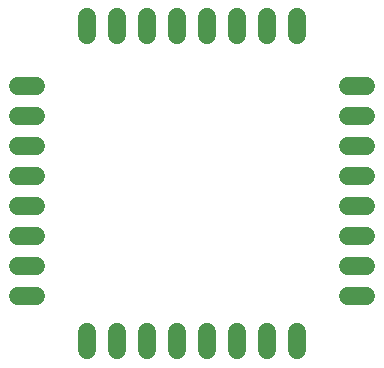
<source format=gbr>
G04 EAGLE Gerber RS-274X export*
G75*
%MOMM*%
%FSLAX34Y34*%
%LPD*%
%INBottom Copper*%
%IPPOS*%
%AMOC8*
5,1,8,0,0,1.08239X$1,22.5*%
G01*
%ADD10C,1.524000*%


D10*
X228600Y426720D02*
X228600Y411480D01*
X254000Y411480D02*
X254000Y426720D01*
X279400Y426720D02*
X279400Y411480D01*
X304800Y411480D02*
X304800Y426720D01*
X330200Y426720D02*
X330200Y411480D01*
X355600Y411480D02*
X355600Y426720D01*
X381000Y426720D02*
X381000Y411480D01*
X203200Y411480D02*
X203200Y426720D01*
X424180Y215900D02*
X439420Y215900D01*
X439420Y241300D02*
X424180Y241300D01*
X424180Y266700D02*
X439420Y266700D01*
X439420Y292100D02*
X424180Y292100D01*
X424180Y317500D02*
X439420Y317500D01*
X439420Y342900D02*
X424180Y342900D01*
X424180Y368300D02*
X439420Y368300D01*
X439420Y190500D02*
X424180Y190500D01*
X228600Y160020D02*
X228600Y144780D01*
X254000Y144780D02*
X254000Y160020D01*
X279400Y160020D02*
X279400Y144780D01*
X304800Y144780D02*
X304800Y160020D01*
X330200Y160020D02*
X330200Y144780D01*
X355600Y144780D02*
X355600Y160020D01*
X381000Y160020D02*
X381000Y144780D01*
X203200Y144780D02*
X203200Y160020D01*
X160020Y215900D02*
X144780Y215900D01*
X144780Y241300D02*
X160020Y241300D01*
X160020Y266700D02*
X144780Y266700D01*
X144780Y292100D02*
X160020Y292100D01*
X160020Y317500D02*
X144780Y317500D01*
X144780Y342900D02*
X160020Y342900D01*
X160020Y368300D02*
X144780Y368300D01*
X144780Y190500D02*
X160020Y190500D01*
M02*

</source>
